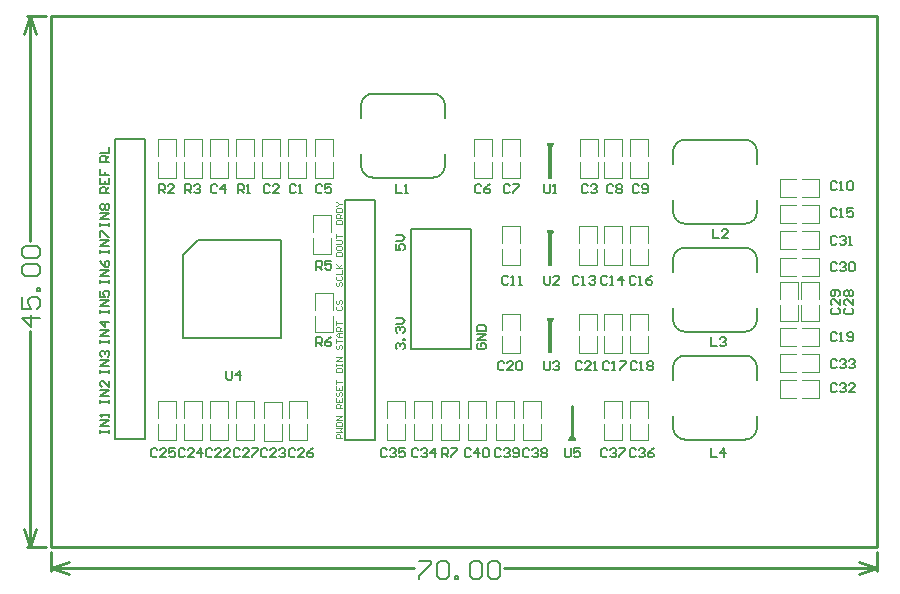
<source format=gto>
G04*
G04 #@! TF.GenerationSoftware,Altium Limited,Altium Designer,18.1.9 (240)*
G04*
G04 Layer_Color=65535*
%FSLAX24Y24*%
%MOIN*%
G70*
G01*
G75*
%ADD10C,0.0079*%
%ADD11C,0.0039*%
%ADD12C,0.0050*%
%ADD13C,0.0040*%
%ADD14C,0.0100*%
%ADD15C,0.0060*%
D10*
X16568Y13442D02*
G03*
X16755Y13442I93J0D01*
G01*
X10750Y15120D02*
G03*
X10350Y14720I0J-400D01*
G01*
X13150D02*
G03*
X12750Y15120I-400J0D01*
G01*
Y12320D02*
G03*
X13150Y12720I0J400D01*
G01*
X10350D02*
G03*
X10750Y12320I400J0D01*
G01*
X16568Y7621D02*
G03*
X16755Y7621I93J0D01*
G01*
X16568Y10531D02*
G03*
X16755Y10531I93J0D01*
G01*
X21150Y13580D02*
G03*
X20750Y13180I0J-400D01*
G01*
X23550D02*
G03*
X23150Y13580I-400J0D01*
G01*
Y10780D02*
G03*
X23550Y11180I0J400D01*
G01*
X20750D02*
G03*
X21150Y10780I400J0D01*
G01*
Y9984D02*
G03*
X20750Y9584I0J-400D01*
G01*
X23550D02*
G03*
X23150Y9984I-400J0D01*
G01*
Y7184D02*
G03*
X23550Y7584I0J400D01*
G01*
X20750D02*
G03*
X21150Y7184I400J0D01*
G01*
X21150Y6388D02*
G03*
X20750Y5988I0J-400D01*
G01*
X23550D02*
G03*
X23150Y6388I-400J0D01*
G01*
Y3588D02*
G03*
X23550Y3988I0J400D01*
G01*
X20750D02*
G03*
X21150Y3588I400J0D01*
G01*
X17484D02*
G03*
X17297Y3588I-93J0D01*
G01*
X16695Y12320D02*
Y13442D01*
X16628Y12320D02*
X16695D01*
X16628D02*
Y13442D01*
X16755D01*
X16568D02*
X16695D01*
X13150Y14320D02*
Y14720D01*
Y12720D02*
Y13120D01*
X10750Y15120D02*
X12750D01*
X10350Y14320D02*
Y14720D01*
X10750Y12320D02*
X12750D01*
X10350Y12720D02*
Y13120D01*
X16695Y6499D02*
Y7621D01*
X16628Y6499D02*
X16695D01*
X16628D02*
Y7621D01*
X16755D01*
X16568D02*
X16695D01*
Y9409D02*
Y10531D01*
X16628Y9409D02*
X16695D01*
X16628D02*
Y10531D01*
X16755D01*
X16568D02*
X16695D01*
X23550Y12780D02*
Y13180D01*
Y11180D02*
Y11580D01*
X21150Y13580D02*
X23150D01*
X20750Y12780D02*
Y13180D01*
X21150Y10780D02*
X23150D01*
X20750Y11180D02*
Y11580D01*
X23550Y9184D02*
Y9584D01*
Y7584D02*
Y7984D01*
X21150Y9984D02*
X23150D01*
X20750Y9184D02*
Y9584D01*
X21150Y7184D02*
X23150D01*
X20750Y7584D02*
Y7984D01*
X10800Y3588D02*
Y11588D01*
X9800D02*
X10800D01*
X9800Y3588D02*
Y11588D01*
Y3588D02*
X10800D01*
X4409Y9730D02*
X4924Y10245D01*
X4409Y6966D02*
Y9730D01*
Y6966D02*
X7688D01*
Y10245D01*
X4924D02*
X7688D01*
X2150Y13600D02*
X3150D01*
Y3600D02*
Y13600D01*
X2150Y3600D02*
X3150D01*
X2150D02*
Y4350D01*
Y13600D01*
X12000Y6600D02*
X14000D01*
X12000Y10600D02*
X14000D01*
Y6600D02*
Y10600D01*
X12000Y6600D02*
Y10600D01*
X23550Y5588D02*
Y5988D01*
Y3988D02*
Y4388D01*
X21150Y6388D02*
X23150D01*
X20750Y5588D02*
Y5988D01*
X21150Y3588D02*
X23150D01*
X20750Y3988D02*
Y4388D01*
X17376Y3588D02*
X17484D01*
X17297D02*
X17404D01*
Y4710D01*
X17376D02*
X17404D01*
X17376Y3588D02*
Y4710D01*
D11*
X24300Y5583D02*
X24850D01*
X24300Y4983D02*
Y5583D01*
Y4983D02*
X24850D01*
X25050Y5583D02*
X25600D01*
Y4983D02*
Y5583D01*
X25050Y4983D02*
X25600D01*
X24300Y6441D02*
X24850D01*
X24300Y5841D02*
Y6441D01*
Y5841D02*
X24850D01*
X25050Y6441D02*
X25600D01*
Y5841D02*
Y6441D01*
X25050Y5841D02*
X25600D01*
X25050Y6698D02*
X25600D01*
Y7298D01*
X25050D02*
X25600D01*
X24300Y6698D02*
X24850D01*
X24300D02*
Y7298D01*
X24850D01*
X24900Y8283D02*
Y8833D01*
X24300D02*
X24900D01*
X24300Y8283D02*
Y8833D01*
X24900Y7533D02*
Y8083D01*
X24300Y7533D02*
X24900D01*
X24300D02*
Y8083D01*
X25600Y8283D02*
Y8833D01*
X25000D02*
X25600D01*
X25000Y8283D02*
Y8833D01*
X25600Y7533D02*
Y8083D01*
X25000Y7533D02*
X25600D01*
X25000D02*
Y8083D01*
X24300Y9648D02*
X24850D01*
X24300Y9048D02*
Y9648D01*
Y9048D02*
X24850D01*
X25050Y9648D02*
X25600D01*
Y9048D02*
Y9648D01*
X25050Y9048D02*
X25600D01*
X24300Y10522D02*
X24850D01*
X24300Y9922D02*
Y10522D01*
Y9922D02*
X24850D01*
X25050Y10522D02*
X25600D01*
Y9922D02*
Y10522D01*
X25050Y9922D02*
X25600D01*
X24300Y11395D02*
X24850D01*
X24300Y10795D02*
Y11395D01*
Y10795D02*
X24850D01*
X25050Y11395D02*
X25600D01*
Y10795D02*
Y11395D01*
X25050Y10795D02*
X25600D01*
X25050Y11668D02*
X25600D01*
Y12268D01*
X25050D02*
X25600D01*
X24300Y11668D02*
X24850D01*
X24300D02*
Y12268D01*
X24850D01*
X19900Y7229D02*
Y7779D01*
X19300D02*
X19900D01*
X19300Y7229D02*
Y7779D01*
X19900Y6479D02*
Y7029D01*
X19300Y6479D02*
X19900D01*
X19300D02*
Y7029D01*
X19050Y7229D02*
Y7779D01*
X18450D02*
X19050D01*
X18450Y7229D02*
Y7779D01*
X19050Y6479D02*
Y7029D01*
X18450Y6479D02*
X19050D01*
X18450D02*
Y7029D01*
X18200Y7229D02*
Y7779D01*
X17600D02*
X18200D01*
X17600Y7229D02*
Y7779D01*
X18200Y6479D02*
Y7029D01*
X17600Y6479D02*
X18200D01*
X17600D02*
Y7029D01*
X15650Y7229D02*
Y7779D01*
X15050D02*
X15650D01*
X15050Y7229D02*
Y7779D01*
X15650Y6479D02*
Y7029D01*
X15050Y6479D02*
X15650D01*
X15050D02*
Y7029D01*
X19300Y9389D02*
Y9939D01*
Y9389D02*
X19900D01*
Y9939D01*
X19300Y10139D02*
Y10689D01*
X19900D01*
Y10139D02*
Y10689D01*
X19050Y10139D02*
Y10689D01*
X18450D02*
X19050D01*
X18450Y10139D02*
Y10689D01*
X19050Y9389D02*
Y9939D01*
X18450Y9389D02*
X19050D01*
X18450D02*
Y9939D01*
X18200Y10139D02*
Y10689D01*
X17600D02*
X18200D01*
X17600Y10139D02*
Y10689D01*
X18200Y9389D02*
Y9939D01*
X17600Y9389D02*
X18200D01*
X17600D02*
Y9939D01*
X15650Y10139D02*
Y10689D01*
X15050D02*
X15650D01*
X15050Y10139D02*
Y10689D01*
X15650Y9389D02*
Y9939D01*
X15050Y9389D02*
X15650D01*
X15050D02*
Y9939D01*
X19300Y12300D02*
Y12850D01*
Y12300D02*
X19900D01*
Y12850D01*
X19300Y13050D02*
Y13600D01*
X19900D01*
Y13050D02*
Y13600D01*
X18450Y12300D02*
Y12850D01*
Y12300D02*
X19050D01*
Y12850D01*
X18450Y13050D02*
Y13600D01*
X19050D01*
Y13050D02*
Y13600D01*
X17650Y12300D02*
Y12850D01*
Y12300D02*
X18250D01*
Y12850D01*
X17650Y13050D02*
Y13600D01*
X18250D01*
Y13050D02*
Y13600D01*
X15050Y12300D02*
Y12850D01*
Y12300D02*
X15650D01*
Y12850D01*
X15050Y13050D02*
Y13600D01*
X15650D01*
Y13050D02*
Y13600D01*
X14700Y13050D02*
Y13600D01*
X14100D02*
X14700D01*
X14100Y13050D02*
Y13600D01*
X14700Y12300D02*
Y12850D01*
X14100Y12300D02*
X14700D01*
X14100D02*
Y12850D01*
X13930Y3568D02*
Y4118D01*
Y3568D02*
X14530D01*
Y4118D01*
X13930Y4318D02*
Y4868D01*
X14530D01*
Y4318D02*
Y4868D01*
X12110Y3568D02*
Y4118D01*
Y3568D02*
X12710D01*
Y4118D01*
X12110Y4318D02*
Y4868D01*
X12710D01*
Y4318D02*
Y4868D01*
X13620Y4318D02*
Y4868D01*
X13020D02*
X13620D01*
X13020Y4318D02*
Y4868D01*
X13620Y3568D02*
Y4118D01*
X13020Y3568D02*
X13620D01*
X13020D02*
Y4118D01*
X15750Y3568D02*
Y4118D01*
Y3568D02*
X16350D01*
Y4118D01*
X15750Y4318D02*
Y4868D01*
X16350D01*
Y4318D02*
Y4868D01*
X19300Y3568D02*
Y4118D01*
Y3568D02*
X19900D01*
Y4118D01*
X19300Y4318D02*
Y4868D01*
X19900D01*
Y4318D02*
Y4868D01*
X11200Y3568D02*
Y4118D01*
Y3568D02*
X11800D01*
Y4118D01*
X11200Y4318D02*
Y4868D01*
X11800D01*
Y4318D02*
Y4868D01*
X9400Y7915D02*
Y8465D01*
X8800D02*
X9400D01*
X8800Y7915D02*
Y8465D01*
X9400Y7165D02*
Y7715D01*
X8800Y7165D02*
X9400D01*
X8800D02*
Y7715D01*
X9358Y10517D02*
Y11067D01*
X8758D02*
X9358D01*
X8758Y10517D02*
Y11067D01*
X9358Y9767D02*
Y10317D01*
X8758Y9767D02*
X9358D01*
X8758D02*
Y10317D01*
X8533Y4318D02*
Y4868D01*
X7933D02*
X8533D01*
X7933Y4318D02*
Y4868D01*
X8533Y3568D02*
Y4118D01*
X7933Y3568D02*
X8533D01*
X7933D02*
Y4118D01*
X7100Y3550D02*
Y4100D01*
Y3550D02*
X7700D01*
Y4100D01*
X7100Y4300D02*
Y4850D01*
X7700D01*
Y4300D02*
Y4850D01*
X6188Y3568D02*
Y4118D01*
Y3568D02*
X6788D01*
Y4118D01*
X6188Y4318D02*
Y4868D01*
X6788D01*
Y4318D02*
Y4868D01*
X5315Y3568D02*
Y4118D01*
Y3568D02*
X5915D01*
Y4118D01*
X5315Y4318D02*
Y4868D01*
X5915D01*
Y4318D02*
Y4868D01*
X4443Y3568D02*
Y4118D01*
Y3568D02*
X5043D01*
Y4118D01*
X4443Y4318D02*
Y4868D01*
X5043D01*
Y4318D02*
Y4868D01*
X3571Y3568D02*
Y4118D01*
Y3568D02*
X4171D01*
Y4118D01*
X3571Y4318D02*
Y4868D01*
X4171D01*
Y4318D02*
Y4868D01*
X9400Y13050D02*
Y13600D01*
X8800D02*
X9400D01*
X8800Y13050D02*
Y13600D01*
X9400Y12300D02*
Y12850D01*
X8800Y12300D02*
X9400D01*
X8800D02*
Y12850D01*
X7928Y12300D02*
Y12850D01*
Y12300D02*
X8528D01*
Y12850D01*
X7928Y13050D02*
Y13600D01*
X8528D01*
Y13050D02*
Y13600D01*
X7057Y12300D02*
Y12850D01*
Y12300D02*
X7657D01*
Y12850D01*
X7057Y13050D02*
Y13600D01*
X7657D01*
Y13050D02*
Y13600D01*
X6185Y12300D02*
Y12850D01*
Y12300D02*
X6785D01*
Y12850D01*
X6185Y13050D02*
Y13600D01*
X6785D01*
Y13050D02*
Y13600D01*
X5314Y12300D02*
Y12850D01*
Y12300D02*
X5914D01*
Y12850D01*
X5314Y13050D02*
Y13600D01*
X5914D01*
Y13050D02*
Y13600D01*
X4442Y12300D02*
Y12850D01*
Y12300D02*
X5042D01*
Y12850D01*
X4442Y13050D02*
Y13600D01*
X5042D01*
Y13050D02*
Y13600D01*
X3571Y12300D02*
Y12850D01*
Y12300D02*
X4171D01*
Y12850D01*
X3571Y13050D02*
Y13600D01*
X4171D01*
Y13050D02*
Y13600D01*
X19050Y4318D02*
Y4868D01*
X18450D02*
X19050D01*
X18450Y4318D02*
Y4868D01*
X19050Y3568D02*
Y4118D01*
X18450Y3568D02*
X19050D01*
X18450D02*
Y4118D01*
X15440Y4318D02*
Y4868D01*
X14840D02*
X15440D01*
X14840Y4318D02*
Y4868D01*
X15440Y3568D02*
Y4118D01*
X14840Y3568D02*
X15440D01*
X14840D02*
Y4118D01*
D12*
X16460Y12100D02*
Y11850D01*
X16510Y11800D01*
X16610D01*
X16660Y11850D01*
Y12100D01*
X16760Y11800D02*
X16860D01*
X16810D01*
Y12100D01*
X16760Y12050D01*
X14250Y6800D02*
X14200Y6750D01*
Y6650D01*
X14250Y6600D01*
X14450D01*
X14500Y6650D01*
Y6750D01*
X14450Y6800D01*
X14350D01*
Y6700D01*
X14500Y6900D02*
X14200D01*
X14500Y7100D01*
X14200D01*
Y7200D02*
X14500D01*
Y7350D01*
X14450Y7400D01*
X14250D01*
X14200Y7350D01*
Y7200D01*
X11550Y6600D02*
X11500Y6650D01*
Y6750D01*
X11550Y6800D01*
X11600D01*
X11650Y6750D01*
Y6700D01*
Y6750D01*
X11700Y6800D01*
X11750D01*
X11800Y6750D01*
Y6650D01*
X11750Y6600D01*
X11800Y6900D02*
X11750D01*
Y6950D01*
X11800D01*
Y6900D01*
X11550Y7150D02*
X11500Y7200D01*
Y7300D01*
X11550Y7350D01*
X11600D01*
X11650Y7300D01*
Y7250D01*
Y7300D01*
X11700Y7350D01*
X11750D01*
X11800Y7300D01*
Y7200D01*
X11750Y7150D01*
X11500Y7450D02*
X11700D01*
X11800Y7550D01*
X11700Y7650D01*
X11500D01*
Y10100D02*
Y9900D01*
X11650D01*
X11600Y10000D01*
Y10050D01*
X11650Y10100D01*
X11750D01*
X11800Y10050D01*
Y9950D01*
X11750Y9900D01*
X11500Y10200D02*
X11700D01*
X11800Y10300D01*
X11700Y10400D01*
X11500D01*
X1650Y3800D02*
Y3900D01*
Y3850D01*
X1950D01*
Y3800D01*
Y3900D01*
Y4050D02*
X1650D01*
X1950Y4250D01*
X1650D01*
X1950Y4350D02*
Y4450D01*
Y4400D01*
X1650D01*
X1700Y4350D01*
X1650Y4800D02*
Y4900D01*
Y4850D01*
X1950D01*
Y4800D01*
Y4900D01*
Y5050D02*
X1650D01*
X1950Y5250D01*
X1650D01*
X1950Y5550D02*
Y5350D01*
X1750Y5550D01*
X1700D01*
X1650Y5500D01*
Y5400D01*
X1700Y5350D01*
X1650Y5800D02*
Y5900D01*
Y5850D01*
X1950D01*
Y5800D01*
Y5900D01*
Y6050D02*
X1650D01*
X1950Y6250D01*
X1650D01*
X1700Y6350D02*
X1650Y6400D01*
Y6500D01*
X1700Y6550D01*
X1750D01*
X1800Y6500D01*
Y6450D01*
Y6500D01*
X1850Y6550D01*
X1900D01*
X1950Y6500D01*
Y6400D01*
X1900Y6350D01*
X1650Y6800D02*
Y6900D01*
Y6850D01*
X1950D01*
Y6800D01*
Y6900D01*
Y7050D02*
X1650D01*
X1950Y7250D01*
X1650D01*
X1950Y7500D02*
X1650D01*
X1800Y7350D01*
Y7550D01*
X1650Y7800D02*
Y7900D01*
Y7850D01*
X1950D01*
Y7800D01*
Y7900D01*
Y8050D02*
X1650D01*
X1950Y8250D01*
X1650D01*
Y8550D02*
Y8350D01*
X1800D01*
X1750Y8450D01*
Y8500D01*
X1800Y8550D01*
X1900D01*
X1950Y8500D01*
Y8400D01*
X1900Y8350D01*
X1650Y8800D02*
Y8900D01*
Y8850D01*
X1950D01*
Y8800D01*
Y8900D01*
Y9050D02*
X1650D01*
X1950Y9250D01*
X1650D01*
Y9550D02*
X1700Y9450D01*
X1800Y9350D01*
X1900D01*
X1950Y9400D01*
Y9500D01*
X1900Y9550D01*
X1850D01*
X1800Y9500D01*
Y9350D01*
X1650Y9800D02*
Y9900D01*
Y9850D01*
X1950D01*
Y9800D01*
Y9900D01*
Y10050D02*
X1650D01*
X1950Y10250D01*
X1650D01*
Y10350D02*
Y10550D01*
X1700D01*
X1900Y10350D01*
X1950D01*
X1650Y10700D02*
Y10800D01*
Y10750D01*
X1950D01*
Y10700D01*
Y10800D01*
Y10950D02*
X1650D01*
X1950Y11150D01*
X1650D01*
X1700Y11250D02*
X1650Y11300D01*
Y11400D01*
X1700Y11450D01*
X1750D01*
X1800Y11400D01*
X1850Y11450D01*
X1900D01*
X1950Y11400D01*
Y11300D01*
X1900Y11250D01*
X1850D01*
X1800Y11300D01*
X1750Y11250D01*
X1700D01*
X1800Y11300D02*
Y11400D01*
X1950Y11800D02*
X1650D01*
Y11950D01*
X1700Y12000D01*
X1800D01*
X1850Y11950D01*
Y11800D01*
Y11900D02*
X1950Y12000D01*
X1650Y12300D02*
Y12100D01*
X1950D01*
Y12300D01*
X1800Y12100D02*
Y12200D01*
X1650Y12600D02*
Y12400D01*
X1800D01*
Y12500D01*
Y12400D01*
X1950D01*
Y12850D02*
X1650D01*
Y13000D01*
X1700Y13050D01*
X1800D01*
X1850Y13000D01*
Y12850D01*
Y12950D02*
X1950Y13050D01*
X1650Y13150D02*
X1950D01*
Y13350D01*
X11500Y12100D02*
Y11800D01*
X11700D01*
X11800D02*
X11900D01*
X11850D01*
Y12100D01*
X11800Y12050D01*
X26200Y5409D02*
X26150Y5459D01*
X26050D01*
X26000Y5409D01*
Y5209D01*
X26050Y5159D01*
X26150D01*
X26200Y5209D01*
X26300Y5409D02*
X26350Y5459D01*
X26450D01*
X26500Y5409D01*
Y5359D01*
X26450Y5309D01*
X26400D01*
X26450D01*
X26500Y5259D01*
Y5209D01*
X26450Y5159D01*
X26350D01*
X26300Y5209D01*
X26800Y5159D02*
X26600D01*
X26800Y5359D01*
Y5409D01*
X26750Y5459D01*
X26650D01*
X26600Y5409D01*
X26200Y6209D02*
X26150Y6259D01*
X26050D01*
X26000Y6209D01*
Y6009D01*
X26050Y5959D01*
X26150D01*
X26200Y6009D01*
X26300Y6209D02*
X26350Y6259D01*
X26450D01*
X26500Y6209D01*
Y6159D01*
X26450Y6109D01*
X26400D01*
X26450D01*
X26500Y6059D01*
Y6009D01*
X26450Y5959D01*
X26350D01*
X26300Y6009D01*
X26600Y6209D02*
X26650Y6259D01*
X26750D01*
X26800Y6209D01*
Y6159D01*
X26750Y6109D01*
X26700D01*
X26750D01*
X26800Y6059D01*
Y6009D01*
X26750Y5959D01*
X26650D01*
X26600Y6009D01*
X26200Y7109D02*
X26150Y7159D01*
X26050D01*
X26000Y7109D01*
Y6909D01*
X26050Y6859D01*
X26150D01*
X26200Y6909D01*
X26300Y6859D02*
X26400D01*
X26350D01*
Y7159D01*
X26300Y7109D01*
X26550Y6909D02*
X26600Y6859D01*
X26700D01*
X26750Y6909D01*
Y7109D01*
X26700Y7159D01*
X26600D01*
X26550Y7109D01*
Y7059D01*
X26600Y7009D01*
X26750D01*
X26050Y7959D02*
X26000Y7909D01*
Y7809D01*
X26050Y7759D01*
X26250D01*
X26300Y7809D01*
Y7909D01*
X26250Y7959D01*
X26300Y8259D02*
Y8059D01*
X26100Y8259D01*
X26050D01*
X26000Y8209D01*
Y8109D01*
X26050Y8059D01*
X26250Y8359D02*
X26300Y8409D01*
Y8509D01*
X26250Y8559D01*
X26050D01*
X26000Y8509D01*
Y8409D01*
X26050Y8359D01*
X26100D01*
X26150Y8409D01*
Y8559D01*
X26500Y7959D02*
X26450Y7909D01*
Y7809D01*
X26500Y7759D01*
X26700D01*
X26750Y7809D01*
Y7909D01*
X26700Y7959D01*
X26750Y8259D02*
Y8059D01*
X26550Y8259D01*
X26500D01*
X26450Y8209D01*
Y8109D01*
X26500Y8059D01*
Y8359D02*
X26450Y8409D01*
Y8509D01*
X26500Y8559D01*
X26550D01*
X26600Y8509D01*
X26650Y8559D01*
X26700D01*
X26750Y8509D01*
Y8409D01*
X26700Y8359D01*
X26650D01*
X26600Y8409D01*
X26550Y8359D01*
X26500D01*
X26600Y8409D02*
Y8509D01*
X26200Y9440D02*
X26150Y9490D01*
X26050D01*
X26000Y9440D01*
Y9240D01*
X26050Y9190D01*
X26150D01*
X26200Y9240D01*
X26300Y9440D02*
X26350Y9490D01*
X26450D01*
X26500Y9440D01*
Y9390D01*
X26450Y9340D01*
X26400D01*
X26450D01*
X26500Y9290D01*
Y9240D01*
X26450Y9190D01*
X26350D01*
X26300Y9240D01*
X26600Y9440D02*
X26650Y9490D01*
X26750D01*
X26800Y9440D01*
Y9240D01*
X26750Y9190D01*
X26650D01*
X26600Y9240D01*
Y9440D01*
X26200Y10337D02*
X26150Y10387D01*
X26050D01*
X26000Y10337D01*
Y10137D01*
X26050Y10087D01*
X26150D01*
X26200Y10137D01*
X26300Y10337D02*
X26350Y10387D01*
X26450D01*
X26500Y10337D01*
Y10287D01*
X26450Y10237D01*
X26400D01*
X26450D01*
X26500Y10187D01*
Y10137D01*
X26450Y10087D01*
X26350D01*
X26300Y10137D01*
X26600Y10087D02*
X26700D01*
X26650D01*
Y10387D01*
X26600Y10337D01*
X26200Y11244D02*
X26150Y11294D01*
X26050D01*
X26000Y11244D01*
Y11044D01*
X26050Y10994D01*
X26150D01*
X26200Y11044D01*
X26300Y10994D02*
X26400D01*
X26350D01*
Y11294D01*
X26300Y11244D01*
X26750Y11294D02*
X26550D01*
Y11144D01*
X26650Y11194D01*
X26700D01*
X26750Y11144D01*
Y11044D01*
X26700Y10994D01*
X26600D01*
X26550Y11044D01*
X26200Y12150D02*
X26150Y12200D01*
X26050D01*
X26000Y12150D01*
Y11950D01*
X26050Y11900D01*
X26150D01*
X26200Y11950D01*
X26300Y11900D02*
X26400D01*
X26350D01*
Y12200D01*
X26300Y12150D01*
X26550D02*
X26600Y12200D01*
X26700D01*
X26750Y12150D01*
Y11950D01*
X26700Y11900D01*
X26600D01*
X26550Y11950D01*
Y12150D01*
X19538Y6150D02*
X19488Y6200D01*
X19388D01*
X19338Y6150D01*
Y5950D01*
X19388Y5900D01*
X19488D01*
X19538Y5950D01*
X19638Y5900D02*
X19738D01*
X19688D01*
Y6200D01*
X19638Y6150D01*
X19888D02*
X19937Y6200D01*
X20037D01*
X20087Y6150D01*
Y6100D01*
X20037Y6050D01*
X20087Y6000D01*
Y5950D01*
X20037Y5900D01*
X19937D01*
X19888Y5950D01*
Y6000D01*
X19937Y6050D01*
X19888Y6100D01*
Y6150D01*
X19937Y6050D02*
X20037D01*
X18622Y6150D02*
X18572Y6200D01*
X18473D01*
X18423Y6150D01*
Y5950D01*
X18473Y5900D01*
X18572D01*
X18622Y5950D01*
X18722Y5900D02*
X18822D01*
X18772D01*
Y6200D01*
X18722Y6150D01*
X18972Y6200D02*
X19172D01*
Y6150D01*
X18972Y5950D01*
Y5900D01*
X17700Y6150D02*
X17650Y6200D01*
X17550D01*
X17500Y6150D01*
Y5950D01*
X17550Y5900D01*
X17650D01*
X17700Y5950D01*
X18000Y5900D02*
X17800D01*
X18000Y6100D01*
Y6150D01*
X17950Y6200D01*
X17850D01*
X17800Y6150D01*
X18100Y5900D02*
X18200D01*
X18150D01*
Y6200D01*
X18100Y6150D01*
X16460Y6200D02*
Y5950D01*
X16510Y5900D01*
X16610D01*
X16660Y5950D01*
Y6200D01*
X16760Y6150D02*
X16810Y6200D01*
X16910D01*
X16960Y6150D01*
Y6100D01*
X16910Y6050D01*
X16860D01*
X16910D01*
X16960Y6000D01*
Y5950D01*
X16910Y5900D01*
X16810D01*
X16760Y5950D01*
X15127Y6150D02*
X15077Y6200D01*
X14977D01*
X14927Y6150D01*
Y5950D01*
X14977Y5900D01*
X15077D01*
X15127Y5950D01*
X15427Y5900D02*
X15227D01*
X15427Y6100D01*
Y6150D01*
X15377Y6200D01*
X15277D01*
X15227Y6150D01*
X15527D02*
X15577Y6200D01*
X15677D01*
X15727Y6150D01*
Y5950D01*
X15677Y5900D01*
X15577D01*
X15527Y5950D01*
Y6150D01*
X19500Y9000D02*
X19450Y9050D01*
X19350D01*
X19300Y9000D01*
Y8800D01*
X19350Y8750D01*
X19450D01*
X19500Y8800D01*
X19600Y8750D02*
X19700D01*
X19650D01*
Y9050D01*
X19600Y9000D01*
X20050Y9050D02*
X19950Y9000D01*
X19850Y8900D01*
Y8800D01*
X19900Y8750D01*
X20000D01*
X20050Y8800D01*
Y8850D01*
X20000Y8900D01*
X19850D01*
X18552Y9000D02*
X18502Y9050D01*
X18402D01*
X18352Y9000D01*
Y8800D01*
X18402Y8750D01*
X18502D01*
X18552Y8800D01*
X18652Y8750D02*
X18752D01*
X18702D01*
Y9050D01*
X18652Y9000D01*
X19052Y8750D02*
Y9050D01*
X18902Y8900D01*
X19102D01*
X17604Y9000D02*
X17554Y9050D01*
X17454D01*
X17404Y9000D01*
Y8800D01*
X17454Y8750D01*
X17554D01*
X17604Y8800D01*
X17704Y8750D02*
X17804D01*
X17754D01*
Y9050D01*
X17704Y9000D01*
X17954D02*
X18004Y9050D01*
X18104D01*
X18154Y9000D01*
Y8950D01*
X18104Y8900D01*
X18054D01*
X18104D01*
X18154Y8850D01*
Y8800D01*
X18104Y8750D01*
X18004D01*
X17954Y8800D01*
X16460Y9050D02*
Y8800D01*
X16510Y8750D01*
X16610D01*
X16660Y8800D01*
Y9050D01*
X16960Y8750D02*
X16760D01*
X16960Y8950D01*
Y9000D01*
X16910Y9050D01*
X16810D01*
X16760Y9000D01*
X15250D02*
X15200Y9050D01*
X15100D01*
X15050Y9000D01*
Y8800D01*
X15100Y8750D01*
X15200D01*
X15250Y8800D01*
X15350Y8750D02*
X15450D01*
X15400D01*
Y9050D01*
X15350Y9000D01*
X15600Y8750D02*
X15700D01*
X15650D01*
Y9050D01*
X15600Y9000D01*
X19600Y12050D02*
X19550Y12100D01*
X19450D01*
X19400Y12050D01*
Y11850D01*
X19450Y11800D01*
X19550D01*
X19600Y11850D01*
X19700D02*
X19750Y11800D01*
X19850D01*
X19900Y11850D01*
Y12050D01*
X19850Y12100D01*
X19750D01*
X19700Y12050D01*
Y12000D01*
X19750Y11950D01*
X19900D01*
X18750Y12050D02*
X18700Y12100D01*
X18600D01*
X18550Y12050D01*
Y11850D01*
X18600Y11800D01*
X18700D01*
X18750Y11850D01*
X18850Y12050D02*
X18900Y12100D01*
X19000D01*
X19050Y12050D01*
Y12000D01*
X19000Y11950D01*
X19050Y11900D01*
Y11850D01*
X19000Y11800D01*
X18900D01*
X18850Y11850D01*
Y11900D01*
X18900Y11950D01*
X18850Y12000D01*
Y12050D01*
X18900Y11950D02*
X19000D01*
X17900Y12050D02*
X17850Y12100D01*
X17750D01*
X17700Y12050D01*
Y11850D01*
X17750Y11800D01*
X17850D01*
X17900Y11850D01*
X18000Y12050D02*
X18050Y12100D01*
X18150D01*
X18200Y12050D01*
Y12000D01*
X18150Y11950D01*
X18100D01*
X18150D01*
X18200Y11900D01*
Y11850D01*
X18150Y11800D01*
X18050D01*
X18000Y11850D01*
X15300Y12050D02*
X15250Y12100D01*
X15150D01*
X15100Y12050D01*
Y11850D01*
X15150Y11800D01*
X15250D01*
X15300Y11850D01*
X15400Y12100D02*
X15600D01*
Y12050D01*
X15400Y11850D01*
Y11800D01*
X14350Y12050D02*
X14300Y12100D01*
X14200D01*
X14150Y12050D01*
Y11850D01*
X14200Y11800D01*
X14300D01*
X14350Y11850D01*
X14650Y12100D02*
X14550Y12050D01*
X14450Y11950D01*
Y11850D01*
X14500Y11800D01*
X14600D01*
X14650Y11850D01*
Y11900D01*
X14600Y11950D01*
X14450D01*
X22073Y10600D02*
Y10300D01*
X22272D01*
X22572D02*
X22372D01*
X22572Y10500D01*
Y10550D01*
X22522Y10600D01*
X22422D01*
X22372Y10550D01*
X22000Y7000D02*
Y6700D01*
X22200D01*
X22300Y6950D02*
X22350Y7000D01*
X22450D01*
X22500Y6950D01*
Y6900D01*
X22450Y6850D01*
X22400D01*
X22450D01*
X22500Y6800D01*
Y6750D01*
X22450Y6700D01*
X22350D01*
X22300Y6750D01*
X14009Y3250D02*
X13959Y3300D01*
X13859D01*
X13809Y3250D01*
Y3050D01*
X13859Y3000D01*
X13959D01*
X14009Y3050D01*
X14259Y3000D02*
Y3300D01*
X14109Y3150D01*
X14309D01*
X14409Y3250D02*
X14458Y3300D01*
X14558D01*
X14608Y3250D01*
Y3050D01*
X14558Y3000D01*
X14458D01*
X14409Y3050D01*
Y3250D01*
X12250D02*
X12200Y3300D01*
X12100D01*
X12050Y3250D01*
Y3050D01*
X12100Y3000D01*
X12200D01*
X12250Y3050D01*
X12350Y3250D02*
X12400Y3300D01*
X12500D01*
X12550Y3250D01*
Y3200D01*
X12500Y3150D01*
X12450D01*
X12500D01*
X12550Y3100D01*
Y3050D01*
X12500Y3000D01*
X12400D01*
X12350Y3050D01*
X12800Y3000D02*
Y3300D01*
X12650Y3150D01*
X12850D01*
X13050Y3000D02*
Y3300D01*
X13200D01*
X13250Y3250D01*
Y3150D01*
X13200Y3100D01*
X13050D01*
X13150D02*
X13250Y3000D01*
X13350Y3300D02*
X13550D01*
Y3250D01*
X13350Y3050D01*
Y3000D01*
X15950Y3250D02*
X15900Y3300D01*
X15800D01*
X15750Y3250D01*
Y3050D01*
X15800Y3000D01*
X15900D01*
X15950Y3050D01*
X16050Y3250D02*
X16100Y3300D01*
X16200D01*
X16250Y3250D01*
Y3200D01*
X16200Y3150D01*
X16150D01*
X16200D01*
X16250Y3100D01*
Y3050D01*
X16200Y3000D01*
X16100D01*
X16050Y3050D01*
X16350Y3250D02*
X16400Y3300D01*
X16500D01*
X16550Y3250D01*
Y3200D01*
X16500Y3150D01*
X16550Y3100D01*
Y3050D01*
X16500Y3000D01*
X16400D01*
X16350Y3050D01*
Y3100D01*
X16400Y3150D01*
X16350Y3200D01*
Y3250D01*
X16400Y3150D02*
X16500D01*
X19500Y3250D02*
X19450Y3300D01*
X19350D01*
X19300Y3250D01*
Y3050D01*
X19350Y3000D01*
X19450D01*
X19500Y3050D01*
X19600Y3250D02*
X19650Y3300D01*
X19750D01*
X19800Y3250D01*
Y3200D01*
X19750Y3150D01*
X19700D01*
X19750D01*
X19800Y3100D01*
Y3050D01*
X19750Y3000D01*
X19650D01*
X19600Y3050D01*
X20100Y3300D02*
X20000Y3250D01*
X19900Y3150D01*
Y3050D01*
X19950Y3000D01*
X20050D01*
X20100Y3050D01*
Y3100D01*
X20050Y3150D01*
X19900D01*
X11200Y3250D02*
X11150Y3300D01*
X11050D01*
X11000Y3250D01*
Y3050D01*
X11050Y3000D01*
X11150D01*
X11200Y3050D01*
X11300Y3250D02*
X11350Y3300D01*
X11450D01*
X11500Y3250D01*
Y3200D01*
X11450Y3150D01*
X11400D01*
X11450D01*
X11500Y3100D01*
Y3050D01*
X11450Y3000D01*
X11350D01*
X11300Y3050D01*
X11800Y3300D02*
X11600D01*
Y3150D01*
X11700Y3200D01*
X11750D01*
X11800Y3150D01*
Y3050D01*
X11750Y3000D01*
X11650D01*
X11600Y3050D01*
X8850Y6700D02*
Y7000D01*
X9000D01*
X9050Y6950D01*
Y6850D01*
X9000Y6800D01*
X8850D01*
X8950D02*
X9050Y6700D01*
X9350Y7000D02*
X9250Y6950D01*
X9150Y6850D01*
Y6750D01*
X9200Y6700D01*
X9300D01*
X9350Y6750D01*
Y6800D01*
X9300Y6850D01*
X9150D01*
X8850Y9250D02*
Y9550D01*
X9000D01*
X9050Y9500D01*
Y9400D01*
X9000Y9350D01*
X8850D01*
X8950D02*
X9050Y9250D01*
X9350Y9550D02*
X9150D01*
Y9400D01*
X9250Y9450D01*
X9300D01*
X9350Y9400D01*
Y9300D01*
X9300Y9250D01*
X9200D01*
X9150Y9300D01*
X8150Y3250D02*
X8100Y3300D01*
X8000D01*
X7950Y3250D01*
Y3050D01*
X8000Y3000D01*
X8100D01*
X8150Y3050D01*
X8450Y3000D02*
X8250D01*
X8450Y3200D01*
Y3250D01*
X8400Y3300D01*
X8300D01*
X8250Y3250D01*
X8750Y3300D02*
X8650Y3250D01*
X8550Y3150D01*
Y3050D01*
X8600Y3000D01*
X8700D01*
X8750Y3050D01*
Y3100D01*
X8700Y3150D01*
X8550D01*
X7230Y3250D02*
X7180Y3300D01*
X7080D01*
X7030Y3250D01*
Y3050D01*
X7080Y3000D01*
X7180D01*
X7230Y3050D01*
X7530Y3000D02*
X7330D01*
X7530Y3200D01*
Y3250D01*
X7480Y3300D01*
X7380D01*
X7330Y3250D01*
X7630D02*
X7680Y3300D01*
X7780D01*
X7830Y3250D01*
Y3200D01*
X7780Y3150D01*
X7730D01*
X7780D01*
X7830Y3100D01*
Y3050D01*
X7780Y3000D01*
X7680D01*
X7630Y3050D01*
X6310Y3250D02*
X6260Y3300D01*
X6160D01*
X6110Y3250D01*
Y3050D01*
X6160Y3000D01*
X6260D01*
X6310Y3050D01*
X6610Y3000D02*
X6410D01*
X6610Y3200D01*
Y3250D01*
X6560Y3300D01*
X6460D01*
X6410Y3250D01*
X6710Y3300D02*
X6910D01*
Y3250D01*
X6710Y3050D01*
Y3000D01*
X5390Y3250D02*
X5340Y3300D01*
X5240D01*
X5190Y3250D01*
Y3050D01*
X5240Y3000D01*
X5340D01*
X5390Y3050D01*
X5690Y3000D02*
X5490D01*
X5690Y3200D01*
Y3250D01*
X5640Y3300D01*
X5540D01*
X5490Y3250D01*
X5990Y3000D02*
X5790D01*
X5990Y3200D01*
Y3250D01*
X5940Y3300D01*
X5840D01*
X5790Y3250D01*
X4470D02*
X4420Y3300D01*
X4320D01*
X4270Y3250D01*
Y3050D01*
X4320Y3000D01*
X4420D01*
X4470Y3050D01*
X4770Y3000D02*
X4570D01*
X4770Y3200D01*
Y3250D01*
X4720Y3300D01*
X4620D01*
X4570Y3250D01*
X5020Y3000D02*
Y3300D01*
X4870Y3150D01*
X5070D01*
X3550Y3250D02*
X3500Y3300D01*
X3400D01*
X3350Y3250D01*
Y3050D01*
X3400Y3000D01*
X3500D01*
X3550Y3050D01*
X3850Y3000D02*
X3650D01*
X3850Y3200D01*
Y3250D01*
X3800Y3300D01*
X3700D01*
X3650Y3250D01*
X4150Y3300D02*
X3950D01*
Y3150D01*
X4050Y3200D01*
X4100D01*
X4150Y3150D01*
Y3050D01*
X4100Y3000D01*
X4000D01*
X3950Y3050D01*
X5850Y5874D02*
Y5624D01*
X5900Y5574D01*
X6000D01*
X6050Y5624D01*
Y5874D01*
X6300Y5574D02*
Y5874D01*
X6150Y5724D01*
X6350D01*
X9050Y12050D02*
X9000Y12100D01*
X8900D01*
X8850Y12050D01*
Y11850D01*
X8900Y11800D01*
X9000D01*
X9050Y11850D01*
X9350Y12100D02*
X9150D01*
Y11950D01*
X9250Y12000D01*
X9300D01*
X9350Y11950D01*
Y11850D01*
X9300Y11800D01*
X9200D01*
X9150Y11850D01*
X8177Y12050D02*
X8127Y12100D01*
X8027D01*
X7977Y12050D01*
Y11850D01*
X8027Y11800D01*
X8127D01*
X8177Y11850D01*
X8277Y11800D02*
X8377D01*
X8327D01*
Y12100D01*
X8277Y12050D01*
X7305D02*
X7255Y12100D01*
X7155D01*
X7105Y12050D01*
Y11850D01*
X7155Y11800D01*
X7255D01*
X7305Y11850D01*
X7604Y11800D02*
X7404D01*
X7604Y12000D01*
Y12050D01*
X7554Y12100D01*
X7454D01*
X7404Y12050D01*
X6232Y11800D02*
Y12100D01*
X6382D01*
X6432Y12050D01*
Y11950D01*
X6382Y11900D01*
X6232D01*
X6332D02*
X6432Y11800D01*
X6532D02*
X6632D01*
X6582D01*
Y12100D01*
X6532Y12050D01*
X5559D02*
X5509Y12100D01*
X5409D01*
X5359Y12050D01*
Y11850D01*
X5409Y11800D01*
X5509D01*
X5559Y11850D01*
X5809Y11800D02*
Y12100D01*
X5659Y11950D01*
X5859D01*
X4486Y11800D02*
Y12100D01*
X4636D01*
X4686Y12050D01*
Y11950D01*
X4636Y11900D01*
X4486D01*
X4586D02*
X4686Y11800D01*
X4786Y12050D02*
X4836Y12100D01*
X4936D01*
X4986Y12050D01*
Y12000D01*
X4936Y11950D01*
X4886D01*
X4936D01*
X4986Y11900D01*
Y11850D01*
X4936Y11800D01*
X4836D01*
X4786Y11850D01*
X3614Y11800D02*
Y12100D01*
X3764D01*
X3814Y12050D01*
Y11950D01*
X3764Y11900D01*
X3614D01*
X3714D02*
X3814Y11800D01*
X4114D02*
X3914D01*
X4114Y12000D01*
Y12050D01*
X4064Y12100D01*
X3964D01*
X3914Y12050D01*
X17140Y3300D02*
Y3050D01*
X17190Y3000D01*
X17290D01*
X17340Y3050D01*
Y3300D01*
X17640D02*
X17440D01*
Y3150D01*
X17540Y3200D01*
X17590D01*
X17640Y3150D01*
Y3050D01*
X17590Y3000D01*
X17490D01*
X17440Y3050D01*
X22000Y3300D02*
Y3000D01*
X22200D01*
X22450D02*
Y3300D01*
X22300Y3150D01*
X22500D01*
X15000Y3250D02*
X14950Y3300D01*
X14850D01*
X14800Y3250D01*
Y3050D01*
X14850Y3000D01*
X14950D01*
X15000Y3050D01*
X15100Y3250D02*
X15150Y3300D01*
X15250D01*
X15300Y3250D01*
Y3200D01*
X15250Y3150D01*
X15200D01*
X15250D01*
X15300Y3100D01*
Y3050D01*
X15250Y3000D01*
X15150D01*
X15100Y3050D01*
X15400D02*
X15450Y3000D01*
X15550D01*
X15600Y3050D01*
Y3250D01*
X15550Y3300D01*
X15450D01*
X15400Y3250D01*
Y3200D01*
X15450Y3150D01*
X15600D01*
X18550Y3250D02*
X18500Y3300D01*
X18400D01*
X18350Y3250D01*
Y3050D01*
X18400Y3000D01*
X18500D01*
X18550Y3050D01*
X18650Y3250D02*
X18700Y3300D01*
X18800D01*
X18850Y3250D01*
Y3200D01*
X18800Y3150D01*
X18750D01*
X18800D01*
X18850Y3100D01*
Y3050D01*
X18800Y3000D01*
X18700D01*
X18650Y3050D01*
X18950Y3300D02*
X19150D01*
Y3250D01*
X18950Y3050D01*
Y3000D01*
D13*
X9700Y3650D02*
X9500D01*
Y3750D01*
X9533Y3783D01*
X9600D01*
X9633Y3750D01*
Y3650D01*
X9500Y3850D02*
X9700D01*
X9633Y3917D01*
X9700Y3983D01*
X9500D01*
Y4050D02*
X9700D01*
Y4150D01*
X9667Y4183D01*
X9533D01*
X9500Y4150D01*
Y4050D01*
X9700Y4250D02*
X9500D01*
X9700Y4383D01*
X9500D01*
X9700Y4650D02*
X9500D01*
Y4750D01*
X9533Y4783D01*
X9600D01*
X9633Y4750D01*
Y4650D01*
Y4717D02*
X9700Y4783D01*
X9500Y4983D02*
Y4850D01*
X9700D01*
Y4983D01*
X9600Y4850D02*
Y4917D01*
X9533Y5183D02*
X9500Y5150D01*
Y5083D01*
X9533Y5050D01*
X9567D01*
X9600Y5083D01*
Y5150D01*
X9633Y5183D01*
X9667D01*
X9700Y5150D01*
Y5083D01*
X9667Y5050D01*
X9500Y5383D02*
Y5250D01*
X9700D01*
Y5383D01*
X9600Y5250D02*
Y5316D01*
X9500Y5450D02*
Y5583D01*
Y5516D01*
X9700D01*
X9500Y5850D02*
X9700D01*
Y5950D01*
X9667Y5983D01*
X9533D01*
X9500Y5950D01*
Y5850D01*
Y6050D02*
Y6117D01*
Y6083D01*
X9700D01*
Y6050D01*
Y6117D01*
Y6217D02*
X9500D01*
X9700Y6350D01*
X9500D01*
X9533Y6733D02*
X9500Y6700D01*
Y6633D01*
X9533Y6600D01*
X9567D01*
X9600Y6633D01*
Y6700D01*
X9633Y6733D01*
X9667D01*
X9700Y6700D01*
Y6633D01*
X9667Y6600D01*
X9500Y6800D02*
Y6933D01*
Y6867D01*
X9700D01*
Y7000D02*
X9567D01*
X9500Y7067D01*
X9567Y7133D01*
X9700D01*
X9600D01*
Y7000D01*
X9700Y7200D02*
X9500D01*
Y7300D01*
X9533Y7333D01*
X9600D01*
X9633Y7300D01*
Y7200D01*
Y7266D02*
X9700Y7333D01*
X9500Y7400D02*
Y7533D01*
Y7466D01*
X9700D01*
X9533Y8049D02*
X9500Y8015D01*
Y7949D01*
X9533Y7915D01*
X9667D01*
X9700Y7949D01*
Y8015D01*
X9667Y8049D01*
X9533Y8249D02*
X9500Y8215D01*
Y8149D01*
X9533Y8115D01*
X9567D01*
X9600Y8149D01*
Y8215D01*
X9633Y8249D01*
X9667D01*
X9700Y8215D01*
Y8149D01*
X9667Y8115D01*
X9533Y8833D02*
X9500Y8800D01*
Y8733D01*
X9533Y8700D01*
X9567D01*
X9600Y8733D01*
Y8800D01*
X9633Y8833D01*
X9667D01*
X9700Y8800D01*
Y8733D01*
X9667Y8700D01*
X9533Y9033D02*
X9500Y9000D01*
Y8933D01*
X9533Y8900D01*
X9667D01*
X9700Y8933D01*
Y9000D01*
X9667Y9033D01*
X9500Y9100D02*
X9700D01*
Y9233D01*
X9500Y9300D02*
X9700D01*
X9633D01*
X9500Y9433D01*
X9600Y9333D01*
X9700Y9433D01*
X9500Y9700D02*
X9700D01*
Y9800D01*
X9667Y9833D01*
X9533D01*
X9500Y9800D01*
Y9700D01*
Y10000D02*
Y9933D01*
X9533Y9900D01*
X9667D01*
X9700Y9933D01*
Y10000D01*
X9667Y10033D01*
X9533D01*
X9500Y10000D01*
Y10100D02*
X9667D01*
X9700Y10133D01*
Y10200D01*
X9667Y10233D01*
X9500D01*
Y10300D02*
Y10433D01*
Y10366D01*
X9700D01*
X9500Y10761D02*
X9700D01*
Y10861D01*
X9667Y10894D01*
X9533D01*
X9500Y10861D01*
Y10761D01*
X9700Y10961D02*
X9500D01*
Y11061D01*
X9533Y11094D01*
X9600D01*
X9633Y11061D01*
Y10961D01*
Y11028D02*
X9700Y11094D01*
X9500Y11161D02*
X9700D01*
Y11261D01*
X9667Y11294D01*
X9533D01*
X9500Y11261D01*
Y11161D01*
Y11361D02*
X9533D01*
X9600Y11427D01*
X9533Y11494D01*
X9500D01*
X9600Y11427D02*
X9700D01*
D14*
X27559Y0D02*
Y17717D01*
X0D02*
X27559D01*
X0Y0D02*
X27559D01*
X0D02*
Y17717D01*
X-900Y600D02*
X-700Y0D01*
X-500Y600D01*
X-700Y17717D02*
X-500Y17117D01*
X-900D02*
X-700Y17717D01*
Y0D02*
Y7189D01*
Y10208D02*
Y17717D01*
X-800Y0D02*
X-150D01*
X-800Y17717D02*
X-150D01*
X0Y-700D02*
X600Y-500D01*
X0Y-700D02*
X600Y-900D01*
X26959D02*
X27559Y-700D01*
X26959Y-500D02*
X27559Y-700D01*
X0D02*
X12110D01*
X15129D02*
X27559D01*
X0Y-800D02*
Y-150D01*
X27559Y-800D02*
Y-150D01*
D15*
X-340Y7649D02*
X-940D01*
X-640Y7349D01*
Y7749D01*
X-940Y8348D02*
Y7949D01*
X-640D01*
X-740Y8148D01*
Y8248D01*
X-640Y8348D01*
X-440D01*
X-340Y8248D01*
Y8048D01*
X-440Y7949D01*
X-340Y8548D02*
X-440D01*
Y8648D01*
X-340D01*
Y8548D01*
X-840Y9048D02*
X-940Y9148D01*
Y9348D01*
X-840Y9448D01*
X-440D01*
X-340Y9348D01*
Y9148D01*
X-440Y9048D01*
X-840D01*
Y9648D02*
X-940Y9748D01*
Y9948D01*
X-840Y10048D01*
X-440D01*
X-340Y9948D01*
Y9748D01*
X-440Y9648D01*
X-840D01*
X12270Y-460D02*
X12670D01*
Y-560D01*
X12270Y-960D01*
Y-1060D01*
X12870Y-560D02*
X12970Y-460D01*
X13170D01*
X13270Y-560D01*
Y-960D01*
X13170Y-1060D01*
X12970D01*
X12870Y-960D01*
Y-560D01*
X13470Y-1060D02*
Y-960D01*
X13570D01*
Y-1060D01*
X13470D01*
X13969Y-560D02*
X14069Y-460D01*
X14269D01*
X14369Y-560D01*
Y-960D01*
X14269Y-1060D01*
X14069D01*
X13969Y-960D01*
Y-560D01*
X14569D02*
X14669Y-460D01*
X14869D01*
X14969Y-560D01*
Y-960D01*
X14869Y-1060D01*
X14669D01*
X14569Y-960D01*
Y-560D01*
M02*

</source>
